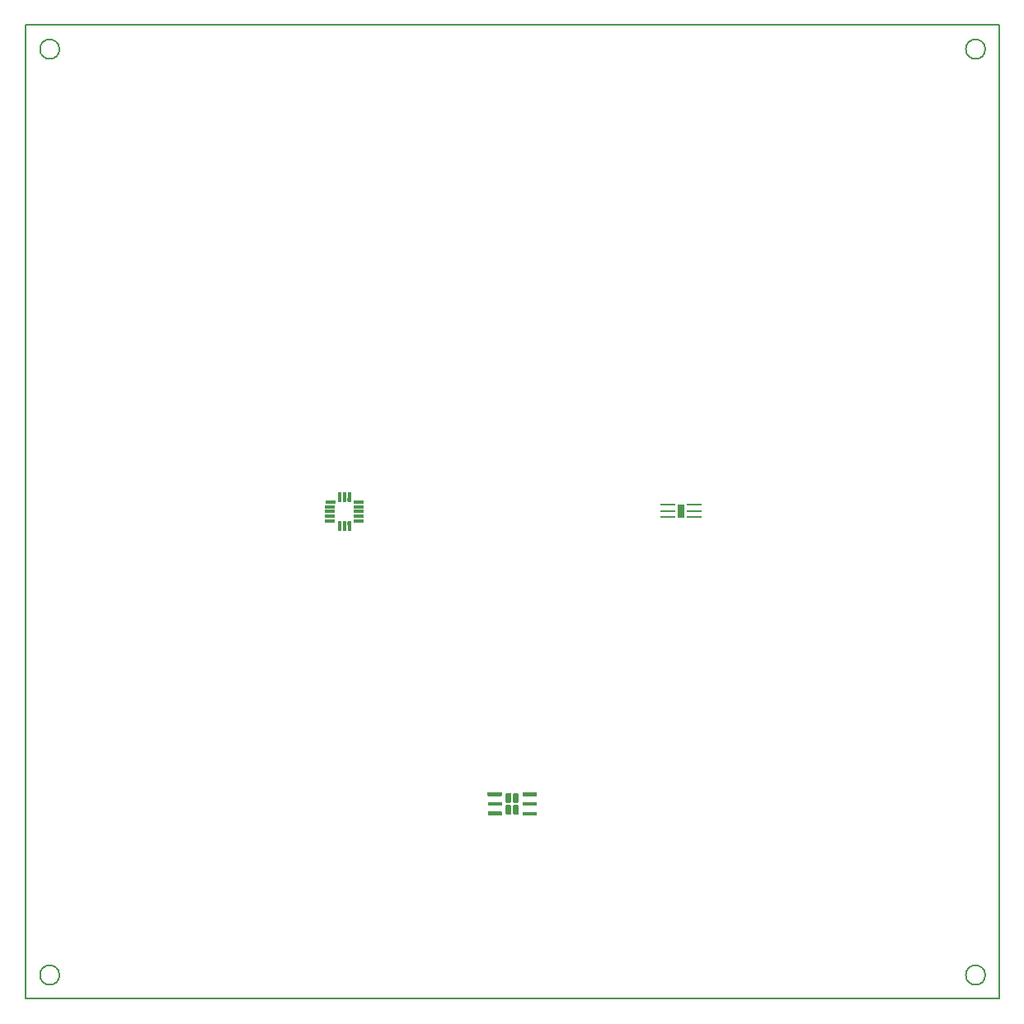
<source format=gbr>
%TF.GenerationSoftware,KiCad,Pcbnew,(5.0.0)*%
%TF.CreationDate,2020-03-23T14:28:17+01:00*%
%TF.ProjectId,Schaltplan_Modul4,536368616C74706C616E5F4D6F64756C,rev?*%
%TF.SameCoordinates,Original*%
%TF.FileFunction,Paste,Bot*%
%TF.FilePolarity,Positive*%
%FSLAX46Y46*%
G04 Gerber Fmt 4.6, Leading zero omitted, Abs format (unit mm)*
G04 Created by KiCad (PCBNEW (5.0.0)) date 03/23/20 14:28:17*
%MOMM*%
%LPD*%
G01*
G04 APERTURE LIST*
%ADD10C,0.200000*%
%ADD11C,0.150000*%
%ADD12R,0.350000X1.000000*%
%ADD13R,1.000000X0.350000*%
%ADD14R,0.650000X1.350000*%
%ADD15R,1.500000X0.270000*%
%ADD16C,0.600000*%
%ADD17C,0.400000*%
G04 APERTURE END LIST*
D10*
X103500000Y-147576000D02*
G75*
G03X103500000Y-147576000I-1000000J0D01*
G01*
X198576000Y-147576000D02*
G75*
G03X198576000Y-147576000I-1000000J0D01*
G01*
X198576000Y-52500000D02*
G75*
G03X198576000Y-52500000I-1000000J0D01*
G01*
X103500000Y-52500000D02*
G75*
G03X103500000Y-52500000I-1000000J0D01*
G01*
X100000000Y-50000000D02*
X100000000Y-150000000D01*
X100000000Y-150000000D02*
X200000000Y-150000000D01*
X200000000Y-50000000D02*
X200000000Y-150000000D01*
X100000000Y-50000000D02*
X200000000Y-50000000D01*
D11*
%TO.C,AC1*%
G36*
X132575000Y-98895000D02*
X132935000Y-98895000D01*
X132935000Y-98615000D01*
X132575000Y-98615000D01*
X132575000Y-98895000D01*
G37*
G36*
X131350000Y-100120000D02*
X131710000Y-100120000D01*
X131710000Y-99840000D01*
X131350000Y-99840000D01*
X131350000Y-100120000D01*
G37*
G36*
X133800000Y-100120000D02*
X134160000Y-100120000D01*
X134160000Y-99840000D01*
X133800000Y-99840000D01*
X133800000Y-100120000D01*
G37*
G36*
X132575000Y-101345000D02*
X132935000Y-101345000D01*
X132935000Y-101065000D01*
X132575000Y-101065000D01*
X132575000Y-101345000D01*
G37*
G36*
X132075000Y-101345000D02*
X132435000Y-101345000D01*
X132435000Y-101065000D01*
X132075000Y-101065000D01*
X132075000Y-101345000D01*
G37*
G36*
X133075000Y-101345000D02*
X133435000Y-101345000D01*
X133435000Y-101065000D01*
X133075000Y-101065000D01*
X133075000Y-101345000D01*
G37*
G36*
X133800000Y-100620000D02*
X134160000Y-100620000D01*
X134160000Y-100340000D01*
X133800000Y-100340000D01*
X133800000Y-100620000D01*
G37*
G36*
X133800000Y-101120000D02*
X134160000Y-101120000D01*
X134160000Y-100840000D01*
X133800000Y-100840000D01*
X133800000Y-101120000D01*
G37*
G36*
X133800000Y-99620000D02*
X134160000Y-99620000D01*
X134160000Y-99340000D01*
X133800000Y-99340000D01*
X133800000Y-99620000D01*
G37*
G36*
X133800000Y-99120000D02*
X134160000Y-99120000D01*
X134160000Y-98840000D01*
X133800000Y-98840000D01*
X133800000Y-99120000D01*
G37*
G36*
X133075000Y-98895000D02*
X133435000Y-98895000D01*
X133435000Y-98615000D01*
X133075000Y-98615000D01*
X133075000Y-98895000D01*
G37*
G36*
X132075000Y-98895000D02*
X132435000Y-98895000D01*
X132435000Y-98615000D01*
X132075000Y-98615000D01*
X132075000Y-98895000D01*
G37*
G36*
X131350000Y-99620000D02*
X131710000Y-99620000D01*
X131710000Y-99340000D01*
X131350000Y-99340000D01*
X131350000Y-99620000D01*
G37*
G36*
X131350000Y-99120000D02*
X131710000Y-99120000D01*
X131710000Y-98840000D01*
X131350000Y-98840000D01*
X131350000Y-99120000D01*
G37*
G36*
X131350000Y-100620000D02*
X131710000Y-100620000D01*
X131710000Y-100340000D01*
X131350000Y-100340000D01*
X131350000Y-100620000D01*
G37*
G36*
X131350000Y-101120000D02*
X131710000Y-101120000D01*
X131710000Y-100840000D01*
X131350000Y-100840000D01*
X131350000Y-101120000D01*
G37*
%TO.C,IC1*%
G36*
X167099999Y-100335920D02*
X167519999Y-100335920D01*
X167519999Y-99475920D01*
X167099999Y-99475920D01*
X167099999Y-100335920D01*
G37*
%TD*%
D12*
%TO.C,AC1*%
X132255000Y-98485000D03*
X132755000Y-98485000D03*
X133255000Y-98485000D03*
D13*
X134220000Y-98980000D03*
X134220000Y-99480000D03*
X134220000Y-99980000D03*
X134220000Y-100480000D03*
X134220000Y-100980000D03*
D12*
X133255000Y-101485000D03*
X132755000Y-101485000D03*
X132255000Y-101485000D03*
D13*
X131300000Y-100980000D03*
X131300000Y-100480000D03*
X131300000Y-99980000D03*
X131300000Y-99480000D03*
X131305000Y-98980000D03*
%TD*%
D14*
%TO.C,IC1*%
X167309999Y-99905920D03*
D15*
X168694999Y-100555920D03*
X168694999Y-99905920D03*
X168689999Y-99255920D03*
X165939999Y-99255920D03*
X165944999Y-99905920D03*
X165944999Y-100555920D03*
%TD*%
D11*
%TO.C,U1*%
G36*
X149784703Y-130115722D02*
X149799264Y-130117882D01*
X149813543Y-130121459D01*
X149827403Y-130126418D01*
X149840710Y-130132712D01*
X149853336Y-130140280D01*
X149865159Y-130149048D01*
X149876066Y-130158934D01*
X149885952Y-130169841D01*
X149894720Y-130181664D01*
X149902288Y-130194290D01*
X149908582Y-130207597D01*
X149913541Y-130221457D01*
X149917118Y-130235736D01*
X149919278Y-130250297D01*
X149920000Y-130265000D01*
X149920000Y-130935000D01*
X149919278Y-130949703D01*
X149917118Y-130964264D01*
X149913541Y-130978543D01*
X149908582Y-130992403D01*
X149902288Y-131005710D01*
X149894720Y-131018336D01*
X149885952Y-131030159D01*
X149876066Y-131041066D01*
X149865159Y-131050952D01*
X149853336Y-131059720D01*
X149840710Y-131067288D01*
X149827403Y-131073582D01*
X149813543Y-131078541D01*
X149799264Y-131082118D01*
X149784703Y-131084278D01*
X149770000Y-131085000D01*
X149470000Y-131085000D01*
X149455297Y-131084278D01*
X149440736Y-131082118D01*
X149426457Y-131078541D01*
X149412597Y-131073582D01*
X149399290Y-131067288D01*
X149386664Y-131059720D01*
X149374841Y-131050952D01*
X149363934Y-131041066D01*
X149354048Y-131030159D01*
X149345280Y-131018336D01*
X149337712Y-131005710D01*
X149331418Y-130992403D01*
X149326459Y-130978543D01*
X149322882Y-130964264D01*
X149320722Y-130949703D01*
X149320000Y-130935000D01*
X149320000Y-130265000D01*
X149320722Y-130250297D01*
X149322882Y-130235736D01*
X149326459Y-130221457D01*
X149331418Y-130207597D01*
X149337712Y-130194290D01*
X149345280Y-130181664D01*
X149354048Y-130169841D01*
X149363934Y-130158934D01*
X149374841Y-130149048D01*
X149386664Y-130140280D01*
X149399290Y-130132712D01*
X149412597Y-130126418D01*
X149426457Y-130121459D01*
X149440736Y-130117882D01*
X149455297Y-130115722D01*
X149470000Y-130115000D01*
X149770000Y-130115000D01*
X149784703Y-130115722D01*
X149784703Y-130115722D01*
G37*
D16*
X149620000Y-130600000D03*
D11*
G36*
X149784703Y-128915722D02*
X149799264Y-128917882D01*
X149813543Y-128921459D01*
X149827403Y-128926418D01*
X149840710Y-128932712D01*
X149853336Y-128940280D01*
X149865159Y-128949048D01*
X149876066Y-128958934D01*
X149885952Y-128969841D01*
X149894720Y-128981664D01*
X149902288Y-128994290D01*
X149908582Y-129007597D01*
X149913541Y-129021457D01*
X149917118Y-129035736D01*
X149919278Y-129050297D01*
X149920000Y-129065000D01*
X149920000Y-129735000D01*
X149919278Y-129749703D01*
X149917118Y-129764264D01*
X149913541Y-129778543D01*
X149908582Y-129792403D01*
X149902288Y-129805710D01*
X149894720Y-129818336D01*
X149885952Y-129830159D01*
X149876066Y-129841066D01*
X149865159Y-129850952D01*
X149853336Y-129859720D01*
X149840710Y-129867288D01*
X149827403Y-129873582D01*
X149813543Y-129878541D01*
X149799264Y-129882118D01*
X149784703Y-129884278D01*
X149770000Y-129885000D01*
X149470000Y-129885000D01*
X149455297Y-129884278D01*
X149440736Y-129882118D01*
X149426457Y-129878541D01*
X149412597Y-129873582D01*
X149399290Y-129867288D01*
X149386664Y-129859720D01*
X149374841Y-129850952D01*
X149363934Y-129841066D01*
X149354048Y-129830159D01*
X149345280Y-129818336D01*
X149337712Y-129805710D01*
X149331418Y-129792403D01*
X149326459Y-129778543D01*
X149322882Y-129764264D01*
X149320722Y-129749703D01*
X149320000Y-129735000D01*
X149320000Y-129065000D01*
X149320722Y-129050297D01*
X149322882Y-129035736D01*
X149326459Y-129021457D01*
X149331418Y-129007597D01*
X149337712Y-128994290D01*
X149345280Y-128981664D01*
X149354048Y-128969841D01*
X149363934Y-128958934D01*
X149374841Y-128949048D01*
X149386664Y-128940280D01*
X149399290Y-128932712D01*
X149412597Y-128926418D01*
X149426457Y-128921459D01*
X149440736Y-128917882D01*
X149455297Y-128915722D01*
X149470000Y-128915000D01*
X149770000Y-128915000D01*
X149784703Y-128915722D01*
X149784703Y-128915722D01*
G37*
D16*
X149620000Y-129400000D03*
D11*
G36*
X150534703Y-130115722D02*
X150549264Y-130117882D01*
X150563543Y-130121459D01*
X150577403Y-130126418D01*
X150590710Y-130132712D01*
X150603336Y-130140280D01*
X150615159Y-130149048D01*
X150626066Y-130158934D01*
X150635952Y-130169841D01*
X150644720Y-130181664D01*
X150652288Y-130194290D01*
X150658582Y-130207597D01*
X150663541Y-130221457D01*
X150667118Y-130235736D01*
X150669278Y-130250297D01*
X150670000Y-130265000D01*
X150670000Y-130935000D01*
X150669278Y-130949703D01*
X150667118Y-130964264D01*
X150663541Y-130978543D01*
X150658582Y-130992403D01*
X150652288Y-131005710D01*
X150644720Y-131018336D01*
X150635952Y-131030159D01*
X150626066Y-131041066D01*
X150615159Y-131050952D01*
X150603336Y-131059720D01*
X150590710Y-131067288D01*
X150577403Y-131073582D01*
X150563543Y-131078541D01*
X150549264Y-131082118D01*
X150534703Y-131084278D01*
X150520000Y-131085000D01*
X150220000Y-131085000D01*
X150205297Y-131084278D01*
X150190736Y-131082118D01*
X150176457Y-131078541D01*
X150162597Y-131073582D01*
X150149290Y-131067288D01*
X150136664Y-131059720D01*
X150124841Y-131050952D01*
X150113934Y-131041066D01*
X150104048Y-131030159D01*
X150095280Y-131018336D01*
X150087712Y-131005710D01*
X150081418Y-130992403D01*
X150076459Y-130978543D01*
X150072882Y-130964264D01*
X150070722Y-130949703D01*
X150070000Y-130935000D01*
X150070000Y-130265000D01*
X150070722Y-130250297D01*
X150072882Y-130235736D01*
X150076459Y-130221457D01*
X150081418Y-130207597D01*
X150087712Y-130194290D01*
X150095280Y-130181664D01*
X150104048Y-130169841D01*
X150113934Y-130158934D01*
X150124841Y-130149048D01*
X150136664Y-130140280D01*
X150149290Y-130132712D01*
X150162597Y-130126418D01*
X150176457Y-130121459D01*
X150190736Y-130117882D01*
X150205297Y-130115722D01*
X150220000Y-130115000D01*
X150520000Y-130115000D01*
X150534703Y-130115722D01*
X150534703Y-130115722D01*
G37*
D16*
X150370000Y-130600000D03*
D11*
G36*
X150534703Y-128915722D02*
X150549264Y-128917882D01*
X150563543Y-128921459D01*
X150577403Y-128926418D01*
X150590710Y-128932712D01*
X150603336Y-128940280D01*
X150615159Y-128949048D01*
X150626066Y-128958934D01*
X150635952Y-128969841D01*
X150644720Y-128981664D01*
X150652288Y-128994290D01*
X150658582Y-129007597D01*
X150663541Y-129021457D01*
X150667118Y-129035736D01*
X150669278Y-129050297D01*
X150670000Y-129065000D01*
X150670000Y-129735000D01*
X150669278Y-129749703D01*
X150667118Y-129764264D01*
X150663541Y-129778543D01*
X150658582Y-129792403D01*
X150652288Y-129805710D01*
X150644720Y-129818336D01*
X150635952Y-129830159D01*
X150626066Y-129841066D01*
X150615159Y-129850952D01*
X150603336Y-129859720D01*
X150590710Y-129867288D01*
X150577403Y-129873582D01*
X150563543Y-129878541D01*
X150549264Y-129882118D01*
X150534703Y-129884278D01*
X150520000Y-129885000D01*
X150220000Y-129885000D01*
X150205297Y-129884278D01*
X150190736Y-129882118D01*
X150176457Y-129878541D01*
X150162597Y-129873582D01*
X150149290Y-129867288D01*
X150136664Y-129859720D01*
X150124841Y-129850952D01*
X150113934Y-129841066D01*
X150104048Y-129830159D01*
X150095280Y-129818336D01*
X150087712Y-129805710D01*
X150081418Y-129792403D01*
X150076459Y-129778543D01*
X150072882Y-129764264D01*
X150070722Y-129749703D01*
X150070000Y-129735000D01*
X150070000Y-129065000D01*
X150070722Y-129050297D01*
X150072882Y-129035736D01*
X150076459Y-129021457D01*
X150081418Y-129007597D01*
X150087712Y-128994290D01*
X150095280Y-128981664D01*
X150104048Y-128969841D01*
X150113934Y-128958934D01*
X150124841Y-128949048D01*
X150136664Y-128940280D01*
X150149290Y-128932712D01*
X150162597Y-128926418D01*
X150176457Y-128921459D01*
X150190736Y-128917882D01*
X150205297Y-128915722D01*
X150220000Y-128915000D01*
X150520000Y-128915000D01*
X150534703Y-128915722D01*
X150534703Y-128915722D01*
G37*
D16*
X150370000Y-129400000D03*
D11*
G36*
X148884802Y-130800482D02*
X148894509Y-130801921D01*
X148904028Y-130804306D01*
X148913268Y-130807612D01*
X148922140Y-130811808D01*
X148930557Y-130816853D01*
X148938439Y-130822699D01*
X148945711Y-130829289D01*
X148952301Y-130836561D01*
X148958147Y-130844443D01*
X148963192Y-130852860D01*
X148967388Y-130861732D01*
X148970694Y-130870972D01*
X148973079Y-130880491D01*
X148974518Y-130890198D01*
X148975000Y-130900000D01*
X148975000Y-131100000D01*
X148974518Y-131109802D01*
X148973079Y-131119509D01*
X148970694Y-131129028D01*
X148967388Y-131138268D01*
X148963192Y-131147140D01*
X148958147Y-131155557D01*
X148952301Y-131163439D01*
X148945711Y-131170711D01*
X148938439Y-131177301D01*
X148930557Y-131183147D01*
X148922140Y-131188192D01*
X148913268Y-131192388D01*
X148904028Y-131195694D01*
X148894509Y-131198079D01*
X148884802Y-131199518D01*
X148875000Y-131200000D01*
X147575000Y-131200000D01*
X147565198Y-131199518D01*
X147555491Y-131198079D01*
X147545972Y-131195694D01*
X147536732Y-131192388D01*
X147527860Y-131188192D01*
X147519443Y-131183147D01*
X147511561Y-131177301D01*
X147504289Y-131170711D01*
X147497699Y-131163439D01*
X147491853Y-131155557D01*
X147486808Y-131147140D01*
X147482612Y-131138268D01*
X147479306Y-131129028D01*
X147476921Y-131119509D01*
X147475482Y-131109802D01*
X147475000Y-131100000D01*
X147475000Y-130900000D01*
X147475482Y-130890198D01*
X147476921Y-130880491D01*
X147479306Y-130870972D01*
X147482612Y-130861732D01*
X147486808Y-130852860D01*
X147491853Y-130844443D01*
X147497699Y-130836561D01*
X147504289Y-130829289D01*
X147511561Y-130822699D01*
X147519443Y-130816853D01*
X147527860Y-130811808D01*
X147536732Y-130807612D01*
X147545972Y-130804306D01*
X147555491Y-130801921D01*
X147565198Y-130800482D01*
X147575000Y-130800000D01*
X148875000Y-130800000D01*
X148884802Y-130800482D01*
X148884802Y-130800482D01*
G37*
D17*
X148225000Y-131000000D03*
D11*
G36*
X148884802Y-129800482D02*
X148894509Y-129801921D01*
X148904028Y-129804306D01*
X148913268Y-129807612D01*
X148922140Y-129811808D01*
X148930557Y-129816853D01*
X148938439Y-129822699D01*
X148945711Y-129829289D01*
X148952301Y-129836561D01*
X148958147Y-129844443D01*
X148963192Y-129852860D01*
X148967388Y-129861732D01*
X148970694Y-129870972D01*
X148973079Y-129880491D01*
X148974518Y-129890198D01*
X148975000Y-129900000D01*
X148975000Y-130100000D01*
X148974518Y-130109802D01*
X148973079Y-130119509D01*
X148970694Y-130129028D01*
X148967388Y-130138268D01*
X148963192Y-130147140D01*
X148958147Y-130155557D01*
X148952301Y-130163439D01*
X148945711Y-130170711D01*
X148938439Y-130177301D01*
X148930557Y-130183147D01*
X148922140Y-130188192D01*
X148913268Y-130192388D01*
X148904028Y-130195694D01*
X148894509Y-130198079D01*
X148884802Y-130199518D01*
X148875000Y-130200000D01*
X147575000Y-130200000D01*
X147565198Y-130199518D01*
X147555491Y-130198079D01*
X147545972Y-130195694D01*
X147536732Y-130192388D01*
X147527860Y-130188192D01*
X147519443Y-130183147D01*
X147511561Y-130177301D01*
X147504289Y-130170711D01*
X147497699Y-130163439D01*
X147491853Y-130155557D01*
X147486808Y-130147140D01*
X147482612Y-130138268D01*
X147479306Y-130129028D01*
X147476921Y-130119509D01*
X147475482Y-130109802D01*
X147475000Y-130100000D01*
X147475000Y-129900000D01*
X147475482Y-129890198D01*
X147476921Y-129880491D01*
X147479306Y-129870972D01*
X147482612Y-129861732D01*
X147486808Y-129852860D01*
X147491853Y-129844443D01*
X147497699Y-129836561D01*
X147504289Y-129829289D01*
X147511561Y-129822699D01*
X147519443Y-129816853D01*
X147527860Y-129811808D01*
X147536732Y-129807612D01*
X147545972Y-129804306D01*
X147555491Y-129801921D01*
X147565198Y-129800482D01*
X147575000Y-129800000D01*
X148875000Y-129800000D01*
X148884802Y-129800482D01*
X148884802Y-129800482D01*
G37*
D17*
X148225000Y-130000000D03*
D11*
G36*
X148864802Y-128800482D02*
X148874509Y-128801921D01*
X148884028Y-128804306D01*
X148893268Y-128807612D01*
X148902140Y-128811808D01*
X148910557Y-128816853D01*
X148918439Y-128822699D01*
X148925711Y-128829289D01*
X148932301Y-128836561D01*
X148938147Y-128844443D01*
X148943192Y-128852860D01*
X148947388Y-128861732D01*
X148950694Y-128870972D01*
X148953079Y-128880491D01*
X148954518Y-128890198D01*
X148955000Y-128900000D01*
X148955000Y-129100000D01*
X148954518Y-129109802D01*
X148953079Y-129119509D01*
X148950694Y-129129028D01*
X148947388Y-129138268D01*
X148943192Y-129147140D01*
X148938147Y-129155557D01*
X148932301Y-129163439D01*
X148925711Y-129170711D01*
X148918439Y-129177301D01*
X148910557Y-129183147D01*
X148902140Y-129188192D01*
X148893268Y-129192388D01*
X148884028Y-129195694D01*
X148874509Y-129198079D01*
X148864802Y-129199518D01*
X148855000Y-129200000D01*
X147555000Y-129200000D01*
X147545198Y-129199518D01*
X147535491Y-129198079D01*
X147525972Y-129195694D01*
X147516732Y-129192388D01*
X147507860Y-129188192D01*
X147499443Y-129183147D01*
X147491561Y-129177301D01*
X147484289Y-129170711D01*
X147477699Y-129163439D01*
X147471853Y-129155557D01*
X147466808Y-129147140D01*
X147462612Y-129138268D01*
X147459306Y-129129028D01*
X147456921Y-129119509D01*
X147455482Y-129109802D01*
X147455000Y-129100000D01*
X147455000Y-128900000D01*
X147455482Y-128890198D01*
X147456921Y-128880491D01*
X147459306Y-128870972D01*
X147462612Y-128861732D01*
X147466808Y-128852860D01*
X147471853Y-128844443D01*
X147477699Y-128836561D01*
X147484289Y-128829289D01*
X147491561Y-128822699D01*
X147499443Y-128816853D01*
X147507860Y-128811808D01*
X147516732Y-128807612D01*
X147525972Y-128804306D01*
X147535491Y-128801921D01*
X147545198Y-128800482D01*
X147555000Y-128800000D01*
X148855000Y-128800000D01*
X148864802Y-128800482D01*
X148864802Y-128800482D01*
G37*
D17*
X148205000Y-129000000D03*
D11*
G36*
X152454802Y-128800482D02*
X152464509Y-128801921D01*
X152474028Y-128804306D01*
X152483268Y-128807612D01*
X152492140Y-128811808D01*
X152500557Y-128816853D01*
X152508439Y-128822699D01*
X152515711Y-128829289D01*
X152522301Y-128836561D01*
X152528147Y-128844443D01*
X152533192Y-128852860D01*
X152537388Y-128861732D01*
X152540694Y-128870972D01*
X152543079Y-128880491D01*
X152544518Y-128890198D01*
X152545000Y-128900000D01*
X152545000Y-129100000D01*
X152544518Y-129109802D01*
X152543079Y-129119509D01*
X152540694Y-129129028D01*
X152537388Y-129138268D01*
X152533192Y-129147140D01*
X152528147Y-129155557D01*
X152522301Y-129163439D01*
X152515711Y-129170711D01*
X152508439Y-129177301D01*
X152500557Y-129183147D01*
X152492140Y-129188192D01*
X152483268Y-129192388D01*
X152474028Y-129195694D01*
X152464509Y-129198079D01*
X152454802Y-129199518D01*
X152445000Y-129200000D01*
X151145000Y-129200000D01*
X151135198Y-129199518D01*
X151125491Y-129198079D01*
X151115972Y-129195694D01*
X151106732Y-129192388D01*
X151097860Y-129188192D01*
X151089443Y-129183147D01*
X151081561Y-129177301D01*
X151074289Y-129170711D01*
X151067699Y-129163439D01*
X151061853Y-129155557D01*
X151056808Y-129147140D01*
X151052612Y-129138268D01*
X151049306Y-129129028D01*
X151046921Y-129119509D01*
X151045482Y-129109802D01*
X151045000Y-129100000D01*
X151045000Y-128900000D01*
X151045482Y-128890198D01*
X151046921Y-128880491D01*
X151049306Y-128870972D01*
X151052612Y-128861732D01*
X151056808Y-128852860D01*
X151061853Y-128844443D01*
X151067699Y-128836561D01*
X151074289Y-128829289D01*
X151081561Y-128822699D01*
X151089443Y-128816853D01*
X151097860Y-128811808D01*
X151106732Y-128807612D01*
X151115972Y-128804306D01*
X151125491Y-128801921D01*
X151135198Y-128800482D01*
X151145000Y-128800000D01*
X152445000Y-128800000D01*
X152454802Y-128800482D01*
X152454802Y-128800482D01*
G37*
D17*
X151795000Y-129000000D03*
D11*
G36*
X152454802Y-129810482D02*
X152464509Y-129811921D01*
X152474028Y-129814306D01*
X152483268Y-129817612D01*
X152492140Y-129821808D01*
X152500557Y-129826853D01*
X152508439Y-129832699D01*
X152515711Y-129839289D01*
X152522301Y-129846561D01*
X152528147Y-129854443D01*
X152533192Y-129862860D01*
X152537388Y-129871732D01*
X152540694Y-129880972D01*
X152543079Y-129890491D01*
X152544518Y-129900198D01*
X152545000Y-129910000D01*
X152545000Y-130110000D01*
X152544518Y-130119802D01*
X152543079Y-130129509D01*
X152540694Y-130139028D01*
X152537388Y-130148268D01*
X152533192Y-130157140D01*
X152528147Y-130165557D01*
X152522301Y-130173439D01*
X152515711Y-130180711D01*
X152508439Y-130187301D01*
X152500557Y-130193147D01*
X152492140Y-130198192D01*
X152483268Y-130202388D01*
X152474028Y-130205694D01*
X152464509Y-130208079D01*
X152454802Y-130209518D01*
X152445000Y-130210000D01*
X151145000Y-130210000D01*
X151135198Y-130209518D01*
X151125491Y-130208079D01*
X151115972Y-130205694D01*
X151106732Y-130202388D01*
X151097860Y-130198192D01*
X151089443Y-130193147D01*
X151081561Y-130187301D01*
X151074289Y-130180711D01*
X151067699Y-130173439D01*
X151061853Y-130165557D01*
X151056808Y-130157140D01*
X151052612Y-130148268D01*
X151049306Y-130139028D01*
X151046921Y-130129509D01*
X151045482Y-130119802D01*
X151045000Y-130110000D01*
X151045000Y-129910000D01*
X151045482Y-129900198D01*
X151046921Y-129890491D01*
X151049306Y-129880972D01*
X151052612Y-129871732D01*
X151056808Y-129862860D01*
X151061853Y-129854443D01*
X151067699Y-129846561D01*
X151074289Y-129839289D01*
X151081561Y-129832699D01*
X151089443Y-129826853D01*
X151097860Y-129821808D01*
X151106732Y-129817612D01*
X151115972Y-129814306D01*
X151125491Y-129811921D01*
X151135198Y-129810482D01*
X151145000Y-129810000D01*
X152445000Y-129810000D01*
X152454802Y-129810482D01*
X152454802Y-129810482D01*
G37*
D17*
X151795000Y-130010000D03*
D11*
G36*
X152454802Y-130810482D02*
X152464509Y-130811921D01*
X152474028Y-130814306D01*
X152483268Y-130817612D01*
X152492140Y-130821808D01*
X152500557Y-130826853D01*
X152508439Y-130832699D01*
X152515711Y-130839289D01*
X152522301Y-130846561D01*
X152528147Y-130854443D01*
X152533192Y-130862860D01*
X152537388Y-130871732D01*
X152540694Y-130880972D01*
X152543079Y-130890491D01*
X152544518Y-130900198D01*
X152545000Y-130910000D01*
X152545000Y-131110000D01*
X152544518Y-131119802D01*
X152543079Y-131129509D01*
X152540694Y-131139028D01*
X152537388Y-131148268D01*
X152533192Y-131157140D01*
X152528147Y-131165557D01*
X152522301Y-131173439D01*
X152515711Y-131180711D01*
X152508439Y-131187301D01*
X152500557Y-131193147D01*
X152492140Y-131198192D01*
X152483268Y-131202388D01*
X152474028Y-131205694D01*
X152464509Y-131208079D01*
X152454802Y-131209518D01*
X152445000Y-131210000D01*
X151145000Y-131210000D01*
X151135198Y-131209518D01*
X151125491Y-131208079D01*
X151115972Y-131205694D01*
X151106732Y-131202388D01*
X151097860Y-131198192D01*
X151089443Y-131193147D01*
X151081561Y-131187301D01*
X151074289Y-131180711D01*
X151067699Y-131173439D01*
X151061853Y-131165557D01*
X151056808Y-131157140D01*
X151052612Y-131148268D01*
X151049306Y-131139028D01*
X151046921Y-131129509D01*
X151045482Y-131119802D01*
X151045000Y-131110000D01*
X151045000Y-130910000D01*
X151045482Y-130900198D01*
X151046921Y-130890491D01*
X151049306Y-130880972D01*
X151052612Y-130871732D01*
X151056808Y-130862860D01*
X151061853Y-130854443D01*
X151067699Y-130846561D01*
X151074289Y-130839289D01*
X151081561Y-130832699D01*
X151089443Y-130826853D01*
X151097860Y-130821808D01*
X151106732Y-130817612D01*
X151115972Y-130814306D01*
X151125491Y-130811921D01*
X151135198Y-130810482D01*
X151145000Y-130810000D01*
X152445000Y-130810000D01*
X152454802Y-130810482D01*
X152454802Y-130810482D01*
G37*
D17*
X151795000Y-131010000D03*
%TD*%
M02*

</source>
